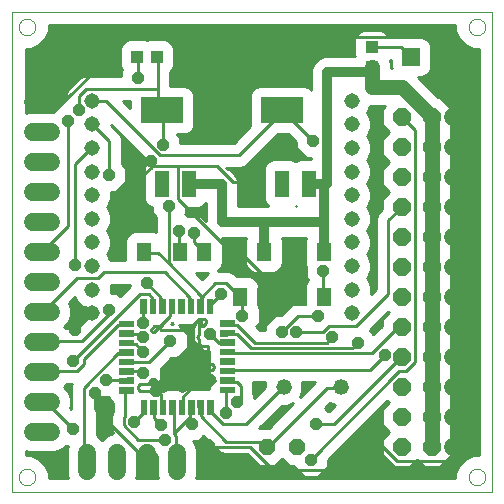
<source format=gtl>
G75*
G70*
%OFA0B0*%
%FSLAX24Y24*%
%IPPOS*%
%LPD*%
%AMOC8*
5,1,8,0,0,1.08239X$1,22.5*
%
%ADD10C,0.0000*%
%ADD11R,0.0500X0.0220*%
%ADD12R,0.0220X0.0500*%
%ADD13C,0.0520*%
%ADD14OC8,0.0520*%
%ADD15C,0.0515*%
%ADD16R,0.0480X0.0880*%
%ADD17R,0.1417X0.0866*%
%ADD18R,0.0512X0.0630*%
%ADD19C,0.0600*%
%ADD20R,0.0394X0.0433*%
%ADD21R,0.0433X0.0394*%
%ADD22R,0.0591X0.0591*%
%ADD23OC8,0.0600*%
%ADD24C,0.0100*%
%ADD25OC8,0.0400*%
%ADD26C,0.0500*%
%ADD27C,0.0320*%
D10*
X000417Y000150D02*
X000417Y016150D01*
X016417Y016150D01*
X016417Y000150D01*
X000417Y000150D01*
X000641Y000650D02*
X000643Y000683D01*
X000649Y000715D01*
X000658Y000746D01*
X000671Y000776D01*
X000688Y000804D01*
X000708Y000830D01*
X000731Y000854D01*
X000756Y000874D01*
X000784Y000892D01*
X000813Y000906D01*
X000844Y000916D01*
X000876Y000923D01*
X000909Y000926D01*
X000942Y000925D01*
X000974Y000920D01*
X001005Y000911D01*
X001036Y000899D01*
X001064Y000883D01*
X001091Y000864D01*
X001115Y000842D01*
X001136Y000817D01*
X001155Y000790D01*
X001170Y000761D01*
X001181Y000731D01*
X001189Y000699D01*
X001193Y000666D01*
X001193Y000634D01*
X001189Y000601D01*
X001181Y000569D01*
X001170Y000539D01*
X001155Y000510D01*
X001136Y000483D01*
X001115Y000458D01*
X001091Y000436D01*
X001064Y000417D01*
X001036Y000401D01*
X001005Y000389D01*
X000974Y000380D01*
X000942Y000375D01*
X000909Y000374D01*
X000876Y000377D01*
X000844Y000384D01*
X000813Y000394D01*
X000784Y000408D01*
X000756Y000426D01*
X000731Y000446D01*
X000708Y000470D01*
X000688Y000496D01*
X000671Y000524D01*
X000658Y000554D01*
X000649Y000585D01*
X000643Y000617D01*
X000641Y000650D01*
X015641Y000650D02*
X015643Y000683D01*
X015649Y000715D01*
X015658Y000746D01*
X015671Y000776D01*
X015688Y000804D01*
X015708Y000830D01*
X015731Y000854D01*
X015756Y000874D01*
X015784Y000892D01*
X015813Y000906D01*
X015844Y000916D01*
X015876Y000923D01*
X015909Y000926D01*
X015942Y000925D01*
X015974Y000920D01*
X016005Y000911D01*
X016036Y000899D01*
X016064Y000883D01*
X016091Y000864D01*
X016115Y000842D01*
X016136Y000817D01*
X016155Y000790D01*
X016170Y000761D01*
X016181Y000731D01*
X016189Y000699D01*
X016193Y000666D01*
X016193Y000634D01*
X016189Y000601D01*
X016181Y000569D01*
X016170Y000539D01*
X016155Y000510D01*
X016136Y000483D01*
X016115Y000458D01*
X016091Y000436D01*
X016064Y000417D01*
X016036Y000401D01*
X016005Y000389D01*
X015974Y000380D01*
X015942Y000375D01*
X015909Y000374D01*
X015876Y000377D01*
X015844Y000384D01*
X015813Y000394D01*
X015784Y000408D01*
X015756Y000426D01*
X015731Y000446D01*
X015708Y000470D01*
X015688Y000496D01*
X015671Y000524D01*
X015658Y000554D01*
X015649Y000585D01*
X015643Y000617D01*
X015641Y000650D01*
X015641Y015650D02*
X015643Y015683D01*
X015649Y015715D01*
X015658Y015746D01*
X015671Y015776D01*
X015688Y015804D01*
X015708Y015830D01*
X015731Y015854D01*
X015756Y015874D01*
X015784Y015892D01*
X015813Y015906D01*
X015844Y015916D01*
X015876Y015923D01*
X015909Y015926D01*
X015942Y015925D01*
X015974Y015920D01*
X016005Y015911D01*
X016036Y015899D01*
X016064Y015883D01*
X016091Y015864D01*
X016115Y015842D01*
X016136Y015817D01*
X016155Y015790D01*
X016170Y015761D01*
X016181Y015731D01*
X016189Y015699D01*
X016193Y015666D01*
X016193Y015634D01*
X016189Y015601D01*
X016181Y015569D01*
X016170Y015539D01*
X016155Y015510D01*
X016136Y015483D01*
X016115Y015458D01*
X016091Y015436D01*
X016064Y015417D01*
X016036Y015401D01*
X016005Y015389D01*
X015974Y015380D01*
X015942Y015375D01*
X015909Y015374D01*
X015876Y015377D01*
X015844Y015384D01*
X015813Y015394D01*
X015784Y015408D01*
X015756Y015426D01*
X015731Y015446D01*
X015708Y015470D01*
X015688Y015496D01*
X015671Y015524D01*
X015658Y015554D01*
X015649Y015585D01*
X015643Y015617D01*
X015641Y015650D01*
X000641Y015650D02*
X000643Y015683D01*
X000649Y015715D01*
X000658Y015746D01*
X000671Y015776D01*
X000688Y015804D01*
X000708Y015830D01*
X000731Y015854D01*
X000756Y015874D01*
X000784Y015892D01*
X000813Y015906D01*
X000844Y015916D01*
X000876Y015923D01*
X000909Y015926D01*
X000942Y015925D01*
X000974Y015920D01*
X001005Y015911D01*
X001036Y015899D01*
X001064Y015883D01*
X001091Y015864D01*
X001115Y015842D01*
X001136Y015817D01*
X001155Y015790D01*
X001170Y015761D01*
X001181Y015731D01*
X001189Y015699D01*
X001193Y015666D01*
X001193Y015634D01*
X001189Y015601D01*
X001181Y015569D01*
X001170Y015539D01*
X001155Y015510D01*
X001136Y015483D01*
X001115Y015458D01*
X001091Y015436D01*
X001064Y015417D01*
X001036Y015401D01*
X001005Y015389D01*
X000974Y015380D01*
X000942Y015375D01*
X000909Y015374D01*
X000876Y015377D01*
X000844Y015384D01*
X000813Y015394D01*
X000784Y015408D01*
X000756Y015426D01*
X000731Y015446D01*
X000708Y015470D01*
X000688Y015496D01*
X000671Y015524D01*
X000658Y015554D01*
X000649Y015585D01*
X000643Y015617D01*
X000641Y015650D01*
D11*
G36*
X004917Y006586D02*
X004918Y006087D01*
X004699Y006086D01*
X004698Y006585D01*
X004917Y006586D01*
G37*
G36*
X005232Y006587D02*
X005233Y006088D01*
X005014Y006087D01*
X005013Y006586D01*
X005232Y006587D01*
G37*
G36*
X005547Y006588D02*
X005548Y006089D01*
X005329Y006088D01*
X005328Y006587D01*
X005547Y006588D01*
G37*
G36*
X005862Y006589D02*
X005863Y006090D01*
X005644Y006089D01*
X005643Y006588D01*
X005862Y006589D01*
G37*
G36*
X006177Y006591D02*
X006178Y006092D01*
X005959Y006091D01*
X005958Y006590D01*
X006177Y006591D01*
G37*
G36*
X006492Y006592D02*
X006493Y006093D01*
X006274Y006092D01*
X006273Y006591D01*
X006492Y006592D01*
G37*
G36*
X006807Y006593D02*
X006808Y006094D01*
X006589Y006093D01*
X006588Y006592D01*
X006807Y006593D01*
G37*
G36*
X007122Y006594D02*
X007123Y006095D01*
X006904Y006094D01*
X006903Y006593D01*
X007122Y006594D01*
G37*
G36*
X007134Y003214D02*
X007135Y002715D01*
X006916Y002714D01*
X006915Y003213D01*
X007134Y003214D01*
G37*
G36*
X006819Y003213D02*
X006820Y002714D01*
X006601Y002713D01*
X006600Y003212D01*
X006819Y003213D01*
G37*
G36*
X006504Y003212D02*
X006505Y002713D01*
X006286Y002712D01*
X006285Y003211D01*
X006504Y003212D01*
G37*
G36*
X006189Y003211D02*
X006190Y002712D01*
X005971Y002711D01*
X005970Y003210D01*
X006189Y003211D01*
G37*
G36*
X005874Y003209D02*
X005875Y002710D01*
X005656Y002709D01*
X005655Y003208D01*
X005874Y003209D01*
G37*
G36*
X005559Y003208D02*
X005560Y002709D01*
X005341Y002708D01*
X005340Y003207D01*
X005559Y003208D01*
G37*
G36*
X005244Y003207D02*
X005245Y002708D01*
X005026Y002707D01*
X005025Y003206D01*
X005244Y003207D01*
G37*
G36*
X004929Y003206D02*
X004930Y002707D01*
X004711Y002706D01*
X004710Y003205D01*
X004929Y003206D01*
G37*
D12*
G36*
X004480Y003652D02*
X004481Y003433D01*
X003982Y003432D01*
X003981Y003651D01*
X004480Y003652D01*
G37*
G36*
X004478Y003967D02*
X004479Y003748D01*
X003980Y003747D01*
X003979Y003966D01*
X004478Y003967D01*
G37*
G36*
X004477Y004282D02*
X004478Y004063D01*
X003979Y004062D01*
X003978Y004281D01*
X004477Y004282D01*
G37*
G36*
X004476Y004597D02*
X004477Y004378D01*
X003978Y004377D01*
X003977Y004596D01*
X004476Y004597D01*
G37*
G36*
X004475Y004912D02*
X004476Y004693D01*
X003977Y004692D01*
X003976Y004911D01*
X004475Y004912D01*
G37*
G36*
X004474Y005227D02*
X004475Y005008D01*
X003976Y005007D01*
X003975Y005226D01*
X004474Y005227D01*
G37*
G36*
X004473Y005541D02*
X004474Y005322D01*
X003975Y005321D01*
X003974Y005540D01*
X004473Y005541D01*
G37*
G36*
X004472Y005856D02*
X004473Y005637D01*
X003974Y005636D01*
X003973Y005855D01*
X004472Y005856D01*
G37*
G36*
X007852Y005868D02*
X007853Y005649D01*
X007354Y005648D01*
X007353Y005867D01*
X007852Y005868D01*
G37*
G36*
X007853Y005553D02*
X007854Y005334D01*
X007355Y005333D01*
X007354Y005552D01*
X007853Y005553D01*
G37*
G36*
X007854Y005238D02*
X007855Y005019D01*
X007356Y005018D01*
X007355Y005237D01*
X007854Y005238D01*
G37*
G36*
X007855Y004923D02*
X007856Y004704D01*
X007357Y004703D01*
X007356Y004922D01*
X007855Y004923D01*
G37*
G36*
X007856Y004608D02*
X007857Y004389D01*
X007358Y004388D01*
X007357Y004607D01*
X007856Y004608D01*
G37*
G36*
X007857Y004293D02*
X007858Y004074D01*
X007359Y004073D01*
X007358Y004292D01*
X007857Y004293D01*
G37*
G36*
X007858Y003979D02*
X007859Y003760D01*
X007360Y003759D01*
X007359Y003978D01*
X007858Y003979D01*
G37*
G36*
X007860Y003664D02*
X007861Y003445D01*
X007362Y003444D01*
X007361Y003663D01*
X007860Y003664D01*
G37*
D13*
X009467Y003650D03*
X011367Y003650D03*
D14*
X011917Y001650D03*
X009917Y001650D03*
X008917Y001650D03*
X006917Y001650D03*
D15*
X003086Y006107D03*
X003086Y006894D03*
X003086Y007681D03*
X003086Y008469D03*
X003086Y009256D03*
X003086Y010044D03*
X003086Y010831D03*
X003086Y011619D03*
X003086Y012406D03*
X003086Y013193D03*
X011747Y013193D03*
X011747Y012406D03*
X011747Y011619D03*
X011747Y010831D03*
X011747Y010044D03*
X011747Y009256D03*
X011747Y008469D03*
X011747Y007681D03*
X011747Y006894D03*
X011747Y006107D03*
D16*
X010327Y010430D03*
X009417Y010430D03*
X008507Y010430D03*
X006327Y010430D03*
X005417Y010430D03*
X004507Y010430D03*
D17*
X005417Y012870D03*
X009417Y012870D03*
D18*
X010023Y008150D03*
X010810Y008150D03*
X010810Y006650D03*
X010023Y006650D03*
X008810Y006650D03*
X008023Y006650D03*
X008023Y008150D03*
X008810Y008150D03*
X006810Y008150D03*
X006023Y008150D03*
X004810Y008150D03*
X004023Y008150D03*
D19*
X001717Y008150D02*
X001117Y008150D01*
X001117Y009150D02*
X001717Y009150D01*
X001717Y010150D02*
X001117Y010150D01*
X001117Y011150D02*
X001717Y011150D01*
X001717Y012150D02*
X001117Y012150D01*
X001117Y013150D02*
X001717Y013150D01*
X001717Y007150D02*
X001117Y007150D01*
X001117Y006150D02*
X001717Y006150D01*
X001717Y005150D02*
X001117Y005150D01*
X001117Y004150D02*
X001717Y004150D01*
X001717Y003150D02*
X001117Y003150D01*
X001117Y002150D02*
X001717Y002150D01*
X002917Y001450D02*
X002917Y000850D01*
X003917Y000850D02*
X003917Y001450D01*
X004917Y001450D02*
X004917Y000850D01*
X005917Y000850D02*
X005917Y001450D01*
X015117Y001650D02*
X015717Y001650D01*
X015717Y002650D02*
X015117Y002650D01*
X015117Y003650D02*
X015717Y003650D01*
X015717Y004650D02*
X015117Y004650D01*
X015117Y005650D02*
X015717Y005650D01*
X015717Y006650D02*
X015117Y006650D01*
X015117Y007650D02*
X015717Y007650D01*
X015717Y008650D02*
X015117Y008650D01*
X015117Y009650D02*
X015717Y009650D01*
X015717Y010650D02*
X015117Y010650D01*
X015117Y011650D02*
X015717Y011650D01*
X015717Y012650D02*
X015117Y012650D01*
D20*
X005251Y014650D03*
X004582Y014650D03*
D21*
X012417Y014315D03*
X012417Y014985D03*
D22*
X013728Y014650D03*
X015106Y014650D03*
D23*
X014417Y012650D03*
X014417Y011650D03*
X014417Y010650D03*
X014417Y009650D03*
X014417Y008650D03*
X013417Y008650D03*
X013417Y009650D03*
X013417Y010650D03*
X013417Y011650D03*
X013417Y012650D03*
X013417Y007650D03*
X014417Y007650D03*
X014417Y006650D03*
X014417Y005650D03*
X014417Y004650D03*
X014417Y003650D03*
X014417Y002650D03*
X014417Y001650D03*
X013417Y001650D03*
X013417Y002650D03*
X013417Y003650D03*
X013417Y004650D03*
X013417Y005650D03*
X013417Y006650D03*
D24*
X012957Y006750D02*
X012957Y009210D01*
X013377Y009630D01*
X013417Y009650D01*
X012918Y010099D02*
X012375Y010099D01*
X012375Y010169D02*
X012375Y009919D01*
X012279Y009688D01*
X012241Y009650D01*
X012279Y009612D01*
X012375Y009381D01*
X012375Y009131D01*
X012279Y008901D01*
X012241Y008863D01*
X012279Y008824D01*
X012375Y008594D01*
X012375Y008344D01*
X012279Y008113D01*
X012241Y008075D01*
X012279Y008037D01*
X012375Y007806D01*
X012375Y007557D01*
X012279Y007326D01*
X012241Y007288D01*
X012279Y007250D01*
X012375Y007019D01*
X012375Y006769D01*
X012370Y006757D01*
X012537Y006924D01*
X012537Y009294D01*
X012601Y009448D01*
X012747Y009594D01*
X012747Y009928D01*
X012969Y010150D01*
X012747Y010372D01*
X012747Y010928D01*
X012969Y011150D01*
X012747Y011372D01*
X012747Y011928D01*
X012969Y012150D01*
X012747Y012372D01*
X012747Y012928D01*
X012849Y013030D01*
X012359Y013030D01*
X012279Y012838D01*
X012241Y012800D01*
X012279Y012761D01*
X012375Y012531D01*
X012375Y012281D01*
X012279Y012050D01*
X012241Y012012D01*
X012279Y011974D01*
X012375Y011743D01*
X012375Y011494D01*
X012279Y011263D01*
X012241Y011225D01*
X012279Y011187D01*
X012375Y010956D01*
X012375Y010706D01*
X012279Y010476D01*
X012241Y010437D01*
X012279Y010399D01*
X012375Y010169D01*
X012363Y010197D02*
X012922Y010197D01*
X012824Y010296D02*
X012322Y010296D01*
X012281Y010394D02*
X012747Y010394D01*
X012747Y010493D02*
X012286Y010493D01*
X012327Y010591D02*
X012747Y010591D01*
X012747Y010690D02*
X012368Y010690D01*
X012375Y010788D02*
X012747Y010788D01*
X012747Y010887D02*
X012375Y010887D01*
X012363Y010985D02*
X012804Y010985D01*
X012903Y011084D02*
X012322Y011084D01*
X012281Y011182D02*
X012937Y011182D01*
X012839Y011281D02*
X012287Y011281D01*
X012327Y011379D02*
X012747Y011379D01*
X012747Y011478D02*
X012368Y011478D01*
X012375Y011576D02*
X012747Y011576D01*
X012747Y011675D02*
X012375Y011675D01*
X012363Y011773D02*
X012747Y011773D01*
X012747Y011872D02*
X012322Y011872D01*
X012281Y011970D02*
X012789Y011970D01*
X012888Y012069D02*
X012287Y012069D01*
X012328Y012167D02*
X012952Y012167D01*
X012854Y012266D02*
X012368Y012266D01*
X012375Y012364D02*
X012755Y012364D01*
X012747Y012463D02*
X012375Y012463D01*
X012362Y012561D02*
X012747Y012561D01*
X012747Y012660D02*
X012321Y012660D01*
X012281Y012758D02*
X012747Y012758D01*
X012747Y012857D02*
X012287Y012857D01*
X012328Y012955D02*
X012774Y012955D01*
X013417Y012650D02*
X013857Y012210D01*
X013857Y004470D01*
X013557Y004170D01*
X013317Y004170D01*
X010377Y001230D01*
X010792Y000840D02*
X015210Y000840D01*
X015191Y000794D02*
X015191Y000600D01*
X006538Y000600D01*
X006587Y000717D01*
X006587Y001583D01*
X006485Y001830D01*
X006454Y001860D01*
X006653Y001860D01*
X006793Y002000D01*
X007201Y001592D01*
X007319Y001474D01*
X007473Y001410D01*
X008287Y001410D01*
X008287Y001389D01*
X008656Y001020D01*
X009178Y001020D01*
X009417Y001259D01*
X009656Y001020D01*
X009807Y001020D01*
X009807Y000994D01*
X010141Y000660D01*
X010613Y000660D01*
X010947Y000994D01*
X010947Y001206D01*
X012930Y003189D01*
X012969Y003150D01*
X012747Y002928D01*
X012747Y002372D01*
X012969Y002150D01*
X012747Y001928D01*
X012747Y001372D01*
X013139Y000980D01*
X013694Y000980D01*
X013917Y001202D01*
X014139Y000980D01*
X014694Y000980D01*
X015087Y001372D01*
X015087Y001928D01*
X015037Y001978D01*
X015037Y002322D01*
X015087Y002372D01*
X015087Y002928D01*
X015037Y002978D01*
X015037Y003322D01*
X015087Y003372D01*
X015087Y003928D01*
X015037Y003978D01*
X015037Y004322D01*
X015087Y004372D01*
X015087Y004928D01*
X015037Y004978D01*
X015037Y005322D01*
X015087Y005372D01*
X015087Y005928D01*
X015037Y005978D01*
X015037Y006322D01*
X015087Y006372D01*
X015087Y006928D01*
X015037Y006978D01*
X015037Y007322D01*
X015087Y007372D01*
X015087Y007928D01*
X015037Y007978D01*
X015037Y008322D01*
X015087Y008372D01*
X015087Y008928D01*
X015037Y008978D01*
X015037Y009322D01*
X015087Y009372D01*
X015087Y009928D01*
X015037Y009978D01*
X015037Y010322D01*
X015087Y010372D01*
X015087Y010928D01*
X015037Y010978D01*
X015037Y011322D01*
X015087Y011372D01*
X015087Y011928D01*
X015037Y011978D01*
X015037Y012322D01*
X015087Y012372D01*
X015087Y012928D01*
X014694Y013320D01*
X014623Y013320D01*
X013959Y013985D01*
X014097Y013985D01*
X014233Y014041D01*
X014337Y014145D01*
X014393Y014281D01*
X014393Y015019D01*
X014337Y015155D01*
X014233Y015259D01*
X014097Y015315D01*
X013625Y015315D01*
X013615Y015326D01*
X013460Y015390D01*
X012947Y015390D01*
X012947Y015391D01*
X012843Y015495D01*
X012707Y015551D01*
X012127Y015551D01*
X011991Y015495D01*
X011886Y015391D01*
X011830Y015255D01*
X011830Y014714D01*
X011844Y014680D01*
X010811Y014680D01*
X010616Y014599D01*
X010467Y014450D01*
X010387Y014255D01*
X010387Y013565D01*
X010335Y013617D01*
X010199Y013673D01*
X008634Y013673D01*
X008498Y013617D01*
X008394Y013513D01*
X008338Y013377D01*
X008338Y012363D01*
X008349Y012336D01*
X007803Y011790D01*
X006027Y011790D01*
X006027Y011966D01*
X005926Y012067D01*
X006199Y012067D01*
X006335Y012123D01*
X006439Y012227D01*
X006495Y012363D01*
X006495Y013377D01*
X006439Y013513D01*
X006335Y013617D01*
X006199Y013673D01*
X005697Y013673D01*
X005697Y014159D01*
X005762Y014224D01*
X005818Y014360D01*
X005818Y014940D01*
X005762Y015076D01*
X005658Y015180D01*
X005522Y015237D01*
X004981Y015237D01*
X004917Y015210D01*
X004852Y015237D01*
X004312Y015237D01*
X004176Y015180D01*
X004071Y015076D01*
X004015Y014940D01*
X004015Y014360D01*
X004071Y014224D01*
X004078Y014217D01*
X004047Y014186D01*
X004047Y014010D01*
X002793Y014010D01*
X002639Y013946D01*
X002521Y013828D01*
X002281Y013588D01*
X002217Y013434D01*
X002217Y013256D01*
X002067Y013106D01*
X002067Y013080D01*
X002041Y013080D01*
X001781Y012820D01*
X000983Y012820D01*
X000867Y012772D01*
X000867Y014924D01*
X001061Y014924D01*
X001328Y015035D01*
X001532Y015239D01*
X001642Y015506D01*
X001642Y015700D01*
X015191Y015700D01*
X015191Y015506D01*
X015302Y015239D01*
X015506Y015035D01*
X015772Y014924D01*
X015967Y014924D01*
X015967Y001376D01*
X015772Y001376D01*
X015506Y001265D01*
X015302Y001061D01*
X015191Y000794D01*
X015191Y000741D02*
X010694Y000741D01*
X010891Y000938D02*
X015251Y000938D01*
X015291Y001037D02*
X014751Y001037D01*
X014849Y001135D02*
X015376Y001135D01*
X015474Y001234D02*
X014948Y001234D01*
X014937Y001170D02*
X015417Y001650D01*
X015417Y002650D01*
X015417Y003650D01*
X015417Y004650D01*
X015417Y005650D01*
X015417Y006650D01*
X015417Y007650D01*
X015417Y008650D01*
X015417Y009650D01*
X015417Y010650D01*
X015417Y011650D01*
X015417Y012650D01*
X015417Y012690D01*
X015117Y012990D01*
X015117Y014610D01*
X015106Y014650D01*
X015057Y014670D01*
X014397Y015330D01*
X004317Y015330D01*
X002157Y013170D01*
X001437Y013170D01*
X001417Y013150D01*
X001817Y012857D02*
X000867Y012857D01*
X000867Y012955D02*
X001916Y012955D01*
X002014Y013054D02*
X000867Y013054D01*
X000867Y013152D02*
X002113Y013152D01*
X002211Y013251D02*
X000867Y013251D01*
X000867Y013349D02*
X002217Y013349D01*
X002222Y013448D02*
X000867Y013448D01*
X000867Y013546D02*
X002263Y013546D01*
X002337Y013645D02*
X000867Y013645D01*
X000867Y013743D02*
X002436Y013743D01*
X002534Y013842D02*
X000867Y013842D01*
X000867Y013940D02*
X002633Y013940D01*
X002877Y013590D02*
X005277Y013590D01*
X005277Y014610D01*
X005251Y014650D01*
X005818Y014630D02*
X010689Y014630D01*
X010548Y014531D02*
X005818Y014531D01*
X005818Y014433D02*
X010460Y014433D01*
X010419Y014334D02*
X005807Y014334D01*
X005767Y014236D02*
X010387Y014236D01*
X010387Y014137D02*
X005697Y014137D01*
X005697Y014039D02*
X010387Y014039D01*
X010387Y013940D02*
X005697Y013940D01*
X005697Y013842D02*
X010387Y013842D01*
X010387Y013743D02*
X005697Y013743D01*
X005277Y013590D02*
X005277Y013050D01*
X005397Y012930D01*
X005417Y012870D01*
X005457Y012870D01*
X005457Y011730D01*
X005337Y011370D02*
X007977Y011370D01*
X009417Y012810D01*
X009417Y012870D01*
X009417Y012870D01*
X010437Y011850D01*
X010003Y011478D02*
X008678Y011478D01*
X008777Y011576D02*
X009905Y011576D01*
X009867Y011614D02*
X010201Y011280D01*
X010387Y011280D01*
X010387Y011240D01*
X010013Y011240D01*
X009877Y011184D01*
X009872Y011178D01*
X009866Y011184D01*
X009730Y011240D01*
X009103Y011240D01*
X008967Y011184D01*
X008863Y011080D01*
X008807Y010944D01*
X008807Y009916D01*
X008863Y009780D01*
X008963Y009680D01*
X008705Y009680D01*
X007947Y009680D01*
X007947Y010535D01*
X007866Y010730D01*
X007717Y010879D01*
X007546Y010950D01*
X008060Y010950D01*
X008215Y011014D01*
X009268Y012067D01*
X009626Y012067D01*
X009867Y011826D01*
X009867Y011614D01*
X009867Y011675D02*
X008875Y011675D01*
X008974Y011773D02*
X009867Y011773D01*
X009821Y011872D02*
X009072Y011872D01*
X009171Y011970D02*
X009723Y011970D01*
X010102Y011379D02*
X008580Y011379D01*
X008481Y011281D02*
X010200Y011281D01*
X009875Y011182D02*
X009868Y011182D01*
X008965Y011182D02*
X008383Y011182D01*
X008284Y011084D02*
X008867Y011084D01*
X008824Y010985D02*
X008145Y010985D01*
X007808Y010788D02*
X008807Y010788D01*
X008807Y010690D02*
X007883Y010690D01*
X007924Y010591D02*
X008807Y010591D01*
X008807Y010493D02*
X007947Y010493D01*
X007947Y010394D02*
X008807Y010394D01*
X008807Y010296D02*
X007947Y010296D01*
X007947Y010197D02*
X008807Y010197D01*
X008807Y010099D02*
X007947Y010099D01*
X007947Y010000D02*
X008807Y010000D01*
X008813Y009902D02*
X007947Y009902D01*
X007947Y009803D02*
X008854Y009803D01*
X008939Y009705D02*
X007947Y009705D01*
X008507Y010430D02*
X008457Y010470D01*
X007797Y010470D01*
X007257Y011010D01*
X005937Y011010D01*
X005937Y009930D01*
X007677Y008190D01*
X007977Y008190D01*
X008023Y008150D01*
X008037Y008130D01*
X009027Y007140D01*
X010017Y008130D01*
X010023Y008150D01*
X010184Y008129D02*
X009436Y008129D01*
X009436Y008227D02*
X010184Y008227D01*
X010184Y008326D02*
X009436Y008326D01*
X009436Y008424D02*
X010184Y008424D01*
X010184Y008523D02*
X009436Y008523D01*
X009436Y008539D02*
X009403Y008620D01*
X010218Y008620D01*
X010184Y008539D01*
X010184Y007761D01*
X010227Y007660D01*
X010227Y007294D01*
X010293Y007227D01*
X010241Y007175D01*
X010184Y007039D01*
X010184Y006450D01*
X009873Y006450D01*
X009719Y006386D01*
X009601Y006268D01*
X009393Y006060D01*
X008667Y006060D01*
X008667Y005962D02*
X009082Y005962D01*
X009181Y006060D02*
X008847Y005726D01*
X008847Y005550D01*
X008691Y005550D01*
X008557Y005684D01*
X008667Y005794D01*
X008667Y006266D01*
X008649Y006284D01*
X008649Y007039D01*
X008593Y007175D01*
X008488Y007279D01*
X008352Y007335D01*
X007926Y007335D01*
X007795Y007466D01*
X007640Y007530D01*
X007284Y007530D01*
X007380Y007625D01*
X007436Y007761D01*
X007436Y008539D01*
X007403Y008620D01*
X008218Y008620D01*
X008184Y008539D01*
X008184Y007761D01*
X008241Y007625D01*
X008345Y007521D01*
X008481Y007465D01*
X009140Y007465D01*
X009276Y007521D01*
X009380Y007625D01*
X009436Y007761D01*
X009436Y008539D01*
X009436Y008030D02*
X010184Y008030D01*
X010184Y007932D02*
X009436Y007932D01*
X009436Y007833D02*
X010184Y007833D01*
X010196Y007735D02*
X009425Y007735D01*
X009384Y007636D02*
X010227Y007636D01*
X010227Y007538D02*
X009292Y007538D01*
X009027Y007140D02*
X009477Y006690D01*
X008817Y006690D01*
X008810Y006650D01*
X008649Y006651D02*
X010184Y006651D01*
X010184Y006553D02*
X008649Y006553D01*
X008649Y006454D02*
X010184Y006454D01*
X010023Y006650D02*
X010017Y006690D01*
X009477Y006690D01*
X009688Y006356D02*
X008649Y006356D01*
X008667Y006257D02*
X009590Y006257D01*
X009491Y006159D02*
X008667Y006159D01*
X008667Y005863D02*
X008984Y005863D01*
X008885Y005765D02*
X008637Y005765D01*
X008575Y005666D02*
X008847Y005666D01*
X008847Y005568D02*
X008673Y005568D01*
X008517Y005130D02*
X010917Y005130D01*
X011097Y005310D01*
X010797Y005490D02*
X010977Y005670D01*
X011877Y005670D01*
X012957Y006750D01*
X012537Y006947D02*
X012375Y006947D01*
X012364Y007045D02*
X012537Y007045D01*
X012537Y007144D02*
X012323Y007144D01*
X012282Y007242D02*
X012537Y007242D01*
X012537Y007341D02*
X012285Y007341D01*
X012326Y007439D02*
X012537Y007439D01*
X012537Y007538D02*
X012367Y007538D01*
X012375Y007636D02*
X012537Y007636D01*
X012537Y007735D02*
X012375Y007735D01*
X012364Y007833D02*
X012537Y007833D01*
X012537Y007932D02*
X012323Y007932D01*
X012282Y008030D02*
X012537Y008030D01*
X012537Y008129D02*
X012286Y008129D01*
X012326Y008227D02*
X012537Y008227D01*
X012537Y008326D02*
X012367Y008326D01*
X012375Y008424D02*
X012537Y008424D01*
X012537Y008523D02*
X012375Y008523D01*
X012364Y008621D02*
X012537Y008621D01*
X012537Y008720D02*
X012323Y008720D01*
X012282Y008818D02*
X012537Y008818D01*
X012537Y008917D02*
X012286Y008917D01*
X012327Y009015D02*
X012537Y009015D01*
X012537Y009114D02*
X012367Y009114D01*
X012375Y009212D02*
X012537Y009212D01*
X012544Y009311D02*
X012375Y009311D01*
X012363Y009409D02*
X012584Y009409D01*
X012660Y009508D02*
X012322Y009508D01*
X012282Y009606D02*
X012747Y009606D01*
X012747Y009705D02*
X012286Y009705D01*
X012327Y009803D02*
X012747Y009803D01*
X012747Y009902D02*
X012368Y009902D01*
X012375Y010000D02*
X012819Y010000D01*
X015037Y010000D02*
X015967Y010000D01*
X015967Y009902D02*
X015087Y009902D01*
X015087Y009803D02*
X015967Y009803D01*
X015967Y009705D02*
X015087Y009705D01*
X015087Y009606D02*
X015967Y009606D01*
X015967Y009508D02*
X015087Y009508D01*
X015087Y009409D02*
X015967Y009409D01*
X015967Y009311D02*
X015037Y009311D01*
X015037Y009212D02*
X015967Y009212D01*
X015967Y009114D02*
X015037Y009114D01*
X015037Y009015D02*
X015967Y009015D01*
X015967Y008917D02*
X015087Y008917D01*
X015087Y008818D02*
X015967Y008818D01*
X015967Y008720D02*
X015087Y008720D01*
X015087Y008621D02*
X015967Y008621D01*
X015967Y008523D02*
X015087Y008523D01*
X015087Y008424D02*
X015967Y008424D01*
X015967Y008326D02*
X015040Y008326D01*
X015037Y008227D02*
X015967Y008227D01*
X015967Y008129D02*
X015037Y008129D01*
X015037Y008030D02*
X015967Y008030D01*
X015967Y007932D02*
X015083Y007932D01*
X015087Y007833D02*
X015967Y007833D01*
X015967Y007735D02*
X015087Y007735D01*
X015087Y007636D02*
X015967Y007636D01*
X015967Y007538D02*
X015087Y007538D01*
X015087Y007439D02*
X015967Y007439D01*
X015967Y007341D02*
X015055Y007341D01*
X015037Y007242D02*
X015967Y007242D01*
X015967Y007144D02*
X015037Y007144D01*
X015037Y007045D02*
X015967Y007045D01*
X015967Y006947D02*
X015068Y006947D01*
X015087Y006848D02*
X015967Y006848D01*
X015967Y006750D02*
X015087Y006750D01*
X015087Y006651D02*
X015967Y006651D01*
X015967Y006553D02*
X015087Y006553D01*
X015087Y006454D02*
X015967Y006454D01*
X015967Y006356D02*
X015070Y006356D01*
X015037Y006257D02*
X015967Y006257D01*
X015967Y006159D02*
X015037Y006159D01*
X015037Y006060D02*
X015967Y006060D01*
X015967Y005962D02*
X015053Y005962D01*
X015087Y005863D02*
X015967Y005863D01*
X015967Y005765D02*
X015087Y005765D01*
X015087Y005666D02*
X015967Y005666D01*
X015967Y005568D02*
X015087Y005568D01*
X015087Y005469D02*
X015967Y005469D01*
X015967Y005371D02*
X015085Y005371D01*
X015037Y005272D02*
X015967Y005272D01*
X015967Y005174D02*
X015037Y005174D01*
X015037Y005075D02*
X015967Y005075D01*
X015967Y004977D02*
X015038Y004977D01*
X015087Y004878D02*
X015967Y004878D01*
X015967Y004780D02*
X015087Y004780D01*
X015087Y004681D02*
X015967Y004681D01*
X015967Y004583D02*
X015087Y004583D01*
X015087Y004484D02*
X015967Y004484D01*
X015967Y004386D02*
X015087Y004386D01*
X015037Y004287D02*
X015967Y004287D01*
X015967Y004189D02*
X015037Y004189D01*
X015037Y004090D02*
X015967Y004090D01*
X015967Y003992D02*
X015037Y003992D01*
X015087Y003893D02*
X015967Y003893D01*
X015967Y003795D02*
X015087Y003795D01*
X015087Y003696D02*
X015967Y003696D01*
X015967Y003598D02*
X015087Y003598D01*
X015087Y003499D02*
X015967Y003499D01*
X015967Y003401D02*
X015087Y003401D01*
X015037Y003302D02*
X015967Y003302D01*
X015967Y003204D02*
X015037Y003204D01*
X015037Y003105D02*
X015967Y003105D01*
X015967Y003007D02*
X015037Y003007D01*
X015087Y002908D02*
X015967Y002908D01*
X015967Y002810D02*
X015087Y002810D01*
X015087Y002711D02*
X015967Y002711D01*
X015967Y002613D02*
X015087Y002613D01*
X015087Y002514D02*
X015967Y002514D01*
X015967Y002416D02*
X015087Y002416D01*
X015037Y002317D02*
X015967Y002317D01*
X015967Y002219D02*
X015037Y002219D01*
X015037Y002120D02*
X015967Y002120D01*
X015967Y002022D02*
X015037Y002022D01*
X015087Y001923D02*
X015967Y001923D01*
X015967Y001825D02*
X015087Y001825D01*
X015087Y001726D02*
X015967Y001726D01*
X015967Y001628D02*
X015087Y001628D01*
X015087Y001529D02*
X015967Y001529D01*
X015967Y001431D02*
X015087Y001431D01*
X015046Y001332D02*
X015667Y001332D01*
X014937Y001170D02*
X013257Y001170D01*
X012777Y001650D01*
X011917Y001650D01*
X011877Y001650D01*
X011097Y000870D01*
X009117Y000870D01*
X008337Y001650D01*
X006917Y001650D01*
X007067Y001726D02*
X006528Y001726D01*
X006568Y001628D02*
X007165Y001628D01*
X007264Y001529D02*
X006587Y001529D01*
X006587Y001431D02*
X007424Y001431D01*
X007557Y001830D02*
X008697Y001830D01*
X008877Y001650D01*
X008917Y001650D01*
X008937Y001650D01*
X010917Y003630D01*
X011337Y003630D01*
X011367Y003650D01*
X011179Y003046D02*
X011010Y003116D01*
X011003Y003123D01*
X010837Y002956D01*
X010943Y002850D01*
X010983Y002850D01*
X011179Y003046D01*
X011139Y003007D02*
X010887Y003007D01*
X010885Y002908D02*
X011041Y002908D01*
X011036Y003105D02*
X010986Y003105D01*
X010389Y003696D02*
X010097Y003696D01*
X010097Y003775D02*
X010097Y003525D01*
X010011Y003319D01*
X010503Y003810D01*
X010082Y003810D01*
X010097Y003775D01*
X010089Y003795D02*
X010487Y003795D01*
X010290Y003598D02*
X010097Y003598D01*
X010086Y003499D02*
X010192Y003499D01*
X010093Y003401D02*
X010045Y003401D01*
X009798Y003105D02*
X008973Y002280D01*
X008661Y002280D01*
X009401Y003020D01*
X009592Y003020D01*
X009798Y003105D01*
X009797Y003105D01*
X009699Y003007D02*
X009387Y003007D01*
X009289Y002908D02*
X009601Y002908D01*
X009502Y002810D02*
X009190Y002810D01*
X009092Y002711D02*
X009404Y002711D01*
X009305Y002613D02*
X008993Y002613D01*
X008895Y002514D02*
X009207Y002514D01*
X009108Y002416D02*
X008796Y002416D01*
X008698Y002317D02*
X009010Y002317D01*
X008217Y002430D02*
X009417Y003630D01*
X009467Y003650D01*
X008837Y003644D02*
X008487Y003294D01*
X008487Y003386D01*
X008457Y003416D01*
X008457Y003774D01*
X008442Y003810D01*
X008851Y003810D01*
X008837Y003775D01*
X008837Y003644D01*
X008837Y003696D02*
X008457Y003696D01*
X008457Y003598D02*
X008790Y003598D01*
X008692Y003499D02*
X008457Y003499D01*
X008472Y003401D02*
X008593Y003401D01*
X008495Y003302D02*
X008487Y003302D01*
X008037Y003270D02*
X007917Y003150D01*
X008037Y003270D02*
X008037Y003690D01*
X007917Y003810D01*
X007617Y003810D01*
X007609Y003869D01*
X007608Y004183D02*
X007617Y004230D01*
X012357Y004230D01*
X012837Y004710D01*
X012417Y004770D02*
X013257Y005610D01*
X013377Y005610D01*
X013417Y005650D01*
X012969Y006150D02*
X012747Y005928D01*
X012747Y005694D01*
X012463Y005410D01*
X012337Y005536D01*
X012960Y006159D01*
X012969Y006150D01*
X012961Y006159D02*
X012959Y006159D01*
X012879Y006060D02*
X012861Y006060D01*
X012781Y005962D02*
X012762Y005962D01*
X012747Y005863D02*
X012664Y005863D01*
X012747Y005765D02*
X012565Y005765D01*
X012467Y005666D02*
X012719Y005666D01*
X012620Y005568D02*
X012368Y005568D01*
X012404Y005469D02*
X012522Y005469D01*
X011937Y005130D02*
X011757Y004950D01*
X008397Y004950D01*
X007917Y005430D01*
X007617Y005430D01*
X007604Y005443D01*
X007617Y005730D02*
X007603Y005758D01*
X007617Y005730D02*
X007917Y005730D01*
X008517Y005130D01*
X007605Y005128D02*
X007557Y005130D01*
X007317Y005130D01*
X007017Y005430D01*
X006777Y005670D02*
X006717Y005670D01*
X006717Y005850D01*
X006657Y005910D01*
X006297Y005550D01*
X005397Y005550D01*
X005277Y005670D01*
X005157Y005670D01*
X005037Y005550D01*
X005097Y005490D01*
X005157Y005490D01*
X005697Y006030D01*
X005697Y006330D01*
X005753Y006339D01*
X005438Y006338D02*
X005397Y006390D01*
X005397Y006630D01*
X004917Y007110D01*
X004977Y006750D02*
X004677Y006750D01*
X002457Y004530D01*
X002817Y004590D02*
X002817Y004410D01*
X002577Y004170D01*
X001437Y004170D01*
X001417Y004150D01*
X002164Y003650D02*
X002264Y003750D01*
X002412Y003750D01*
X002397Y003714D01*
X002397Y002904D01*
X002357Y002944D01*
X002387Y003017D01*
X002387Y003283D01*
X002285Y003530D01*
X002164Y003650D01*
X002210Y003696D02*
X002397Y003696D01*
X002397Y003598D02*
X002217Y003598D01*
X002297Y003499D02*
X002397Y003499D01*
X002397Y003401D02*
X002338Y003401D01*
X002379Y003302D02*
X002397Y003302D01*
X002387Y003204D02*
X002397Y003204D01*
X002387Y003105D02*
X002397Y003105D01*
X002397Y003007D02*
X002382Y003007D01*
X002393Y002908D02*
X002397Y002908D01*
X002457Y002250D02*
X001557Y003150D01*
X001417Y003150D01*
X002817Y003630D02*
X002817Y001230D01*
X002877Y001170D01*
X002917Y001150D01*
X002247Y001135D02*
X001458Y001135D01*
X001532Y001061D02*
X001328Y001265D01*
X001061Y001376D01*
X000867Y001376D01*
X000867Y001528D01*
X000983Y001480D01*
X001850Y001480D01*
X002096Y001582D01*
X002207Y001693D01*
X002221Y001680D01*
X002287Y001680D01*
X002247Y001583D01*
X002247Y000717D01*
X002295Y000600D01*
X001642Y000600D01*
X001642Y000794D01*
X001532Y001061D01*
X001542Y001037D02*
X002247Y001037D01*
X002247Y000938D02*
X001583Y000938D01*
X001624Y000840D02*
X002247Y000840D01*
X002247Y000741D02*
X001642Y000741D01*
X001642Y000643D02*
X002277Y000643D01*
X002247Y001234D02*
X001359Y001234D01*
X001166Y001332D02*
X002247Y001332D01*
X002247Y001431D02*
X000867Y001431D01*
X001968Y001529D02*
X002247Y001529D01*
X002265Y001628D02*
X002142Y001628D01*
X003237Y002043D02*
X003237Y003364D01*
X003301Y003300D01*
X003635Y003300D01*
X003668Y003220D01*
X003772Y003116D01*
X003777Y003115D01*
X003777Y002838D01*
X003717Y002694D01*
X003717Y002286D01*
X003781Y002132D01*
X003793Y002120D01*
X003783Y002120D01*
X003537Y002018D01*
X003417Y001898D01*
X003296Y002018D01*
X003237Y002043D01*
X003288Y002022D02*
X003546Y002022D01*
X003442Y001923D02*
X003391Y001923D01*
X003237Y002120D02*
X003793Y002120D01*
X003745Y002219D02*
X003237Y002219D01*
X003237Y002317D02*
X003717Y002317D01*
X003717Y002416D02*
X003237Y002416D01*
X003237Y002514D02*
X003717Y002514D01*
X003717Y002613D02*
X003237Y002613D01*
X003237Y002711D02*
X003724Y002711D01*
X003765Y002810D02*
X003237Y002810D01*
X003237Y002908D02*
X003777Y002908D01*
X003777Y003007D02*
X003237Y003007D01*
X003237Y003105D02*
X003777Y003105D01*
X003685Y003204D02*
X003237Y003204D01*
X003237Y003302D02*
X003299Y003302D01*
X003177Y003450D02*
X003177Y002910D01*
X004917Y001170D01*
X004917Y001150D01*
X005170Y001431D02*
X004587Y001431D01*
X004587Y001470D02*
X005131Y001470D01*
X005247Y001354D01*
X005247Y000717D01*
X005295Y000600D01*
X004538Y000600D01*
X004587Y000717D01*
X004587Y001470D01*
X004587Y001332D02*
X005247Y001332D01*
X005247Y001234D02*
X004587Y001234D01*
X004587Y001135D02*
X005247Y001135D01*
X005247Y001037D02*
X004587Y001037D01*
X004587Y000938D02*
X005247Y000938D01*
X005247Y000840D02*
X004587Y000840D01*
X004587Y000741D02*
X005247Y000741D01*
X005277Y000643D02*
X004556Y000643D01*
X005877Y001170D02*
X005917Y001150D01*
X005877Y001170D02*
X005877Y002010D01*
X005817Y002070D01*
X005817Y002130D01*
X006267Y002580D01*
X006417Y002430D01*
X006267Y002580D02*
X006357Y002670D01*
X006357Y002910D01*
X006395Y002962D01*
X006117Y002970D02*
X006080Y002961D01*
X006117Y002970D02*
X006117Y003330D01*
X006357Y003570D01*
X006357Y003690D01*
X005757Y003690D01*
X005577Y003870D01*
X005247Y003540D01*
X005217Y003510D01*
X005157Y003510D01*
X005097Y003570D01*
X005097Y003630D01*
X005157Y003690D01*
X005157Y003870D01*
X005097Y003870D01*
X004977Y003750D01*
X004677Y003750D01*
X004617Y003690D01*
X004617Y003570D01*
X004677Y003510D01*
X005097Y003510D01*
X005217Y003630D01*
X005217Y003870D01*
X005157Y003930D01*
X005097Y003930D01*
X004977Y003810D01*
X005247Y003540D01*
X005397Y003390D01*
X005397Y002970D01*
X005450Y002958D01*
X005157Y002910D02*
X005157Y002610D01*
X005397Y002370D01*
X005817Y002130D02*
X005817Y002910D01*
X005765Y002959D01*
X005579Y003579D02*
X005448Y003524D01*
X005317Y003578D01*
X005070Y003577D01*
X005367Y003874D01*
X005367Y004266D01*
X005721Y004620D01*
X005933Y004620D01*
X006267Y004954D01*
X006267Y005426D01*
X005973Y005720D01*
X006254Y005721D01*
X006503Y005722D01*
X006447Y005666D01*
X006027Y005666D01*
X006125Y005568D02*
X006447Y005568D01*
X006447Y005666D02*
X006447Y005194D01*
X006781Y004860D01*
X006986Y004860D01*
X006987Y004628D01*
X006988Y004313D01*
X006989Y004050D01*
X006989Y004050D01*
X006990Y003683D01*
X006990Y003584D01*
X006891Y003583D01*
X006524Y003582D01*
X006209Y003581D01*
X006078Y003526D01*
X005947Y003580D01*
X005579Y003579D01*
X005287Y003795D02*
X006990Y003795D01*
X007017Y003870D02*
X006897Y003750D01*
X006717Y003750D01*
X006717Y003930D01*
X006687Y003960D01*
X006657Y003990D01*
X006657Y004290D01*
X006777Y004410D01*
X007077Y004410D01*
X007137Y004350D01*
X007137Y004290D01*
X007077Y004230D01*
X006897Y004230D01*
X006717Y004410D01*
X006717Y004590D01*
X006777Y004650D01*
X006957Y004650D01*
X006957Y005010D01*
X006717Y005010D01*
X006657Y005070D01*
X006657Y005250D01*
X006597Y005310D01*
X006657Y005370D01*
X006657Y005850D01*
X006717Y005910D01*
X006837Y005910D01*
X006897Y005850D01*
X006897Y005790D01*
X006777Y005670D01*
X006447Y005469D02*
X006224Y005469D01*
X006267Y005371D02*
X006447Y005371D01*
X006447Y005272D02*
X006267Y005272D01*
X006267Y005174D02*
X006467Y005174D01*
X006566Y005075D02*
X006267Y005075D01*
X006267Y004977D02*
X006664Y004977D01*
X006763Y004878D02*
X006191Y004878D01*
X006092Y004780D02*
X006986Y004780D01*
X006987Y004681D02*
X005994Y004681D01*
X005683Y004583D02*
X006987Y004583D01*
X006987Y004628D02*
X006987Y004628D01*
X006987Y004484D02*
X005585Y004484D01*
X005486Y004386D02*
X006988Y004386D01*
X006988Y004313D02*
X006988Y004313D01*
X006988Y004287D02*
X005388Y004287D01*
X005367Y004189D02*
X006988Y004189D01*
X006989Y004090D02*
X005367Y004090D01*
X005367Y003992D02*
X006989Y003992D01*
X007077Y003990D02*
X006717Y003990D01*
X006687Y003960D01*
X006657Y003930D01*
X006657Y003690D01*
X006957Y003690D01*
X007137Y003870D01*
X007077Y003930D01*
X006717Y003930D01*
X006989Y003893D02*
X005367Y003893D01*
X005189Y003696D02*
X006990Y003696D01*
X006990Y003683D02*
X006990Y003683D01*
X006957Y003630D02*
X007197Y003870D01*
X007077Y003990D01*
X006957Y003630D02*
X006477Y003630D01*
X006417Y003690D01*
X006357Y003690D01*
X006524Y003582D02*
X006524Y003582D01*
X006891Y003583D02*
X006891Y003583D01*
X006990Y003598D02*
X005090Y003598D01*
X004797Y004110D02*
X004737Y004170D01*
X004257Y004170D01*
X004228Y004172D01*
X004257Y004470D02*
X004227Y004487D01*
X004257Y004470D02*
X004977Y004470D01*
X005697Y005190D01*
X005367Y005666D02*
X005367Y005718D01*
X005419Y005718D01*
X005367Y005666D01*
X005722Y005760D02*
X005755Y005774D01*
X005789Y005760D01*
X005722Y005760D01*
X005733Y005765D02*
X005778Y005765D01*
X006383Y006342D02*
X006357Y006390D01*
X006357Y006630D01*
X005517Y007470D01*
X003477Y007470D01*
X003297Y007290D01*
X002577Y007290D01*
X001437Y006150D01*
X001417Y006150D01*
X002164Y005650D02*
X002204Y005610D01*
X002583Y005610D01*
X003087Y006114D01*
X003087Y006267D01*
X002961Y006267D01*
X002731Y006362D01*
X002554Y006539D01*
X002515Y006634D01*
X002321Y006441D01*
X002387Y006283D01*
X002387Y006017D01*
X002285Y005770D01*
X002164Y005650D01*
X002180Y005666D02*
X002639Y005666D01*
X002737Y005765D02*
X002279Y005765D01*
X002323Y005863D02*
X002836Y005863D01*
X002934Y005962D02*
X002364Y005962D01*
X002387Y006060D02*
X003033Y006060D01*
X003057Y006090D02*
X003086Y006107D01*
X003057Y006090D02*
X002517Y005550D01*
X002757Y005190D02*
X001437Y005190D01*
X001417Y005150D01*
X002387Y006159D02*
X003087Y006159D01*
X003087Y006257D02*
X002387Y006257D01*
X002357Y006356D02*
X002747Y006356D01*
X002639Y006454D02*
X002335Y006454D01*
X002433Y006553D02*
X002548Y006553D01*
X003657Y006210D02*
X003657Y006090D01*
X002757Y005190D01*
X002817Y004590D02*
X003957Y005730D01*
X004197Y005730D01*
X004223Y005746D01*
X004224Y005431D02*
X004257Y005430D01*
X004677Y005430D01*
X004797Y005310D01*
X004557Y005070D02*
X004797Y004830D01*
X004557Y005070D02*
X004257Y005070D01*
X004225Y005117D01*
X004226Y004802D02*
X004197Y004770D01*
X003957Y004770D01*
X002817Y003630D01*
X003537Y003870D02*
X004197Y003870D01*
X004229Y003857D01*
X004231Y003542D02*
X004197Y003510D01*
X004197Y002670D01*
X004137Y002610D01*
X004137Y002370D01*
X004617Y001890D01*
X005517Y001890D01*
X006487Y001825D02*
X006968Y001825D01*
X006870Y001923D02*
X006716Y001923D01*
X006587Y001332D02*
X008344Y001332D01*
X008442Y001234D02*
X006587Y001234D01*
X006587Y001135D02*
X008541Y001135D01*
X008639Y001037D02*
X006587Y001037D01*
X006587Y000938D02*
X009863Y000938D01*
X009961Y000840D02*
X006587Y000840D01*
X006587Y000741D02*
X010060Y000741D01*
X009639Y001037D02*
X009194Y001037D01*
X009293Y001135D02*
X009541Y001135D01*
X009442Y001234D02*
X009391Y001234D01*
X010557Y002430D02*
X011157Y002430D01*
X013377Y004650D01*
X013417Y004650D01*
X012417Y004770D02*
X007617Y004770D01*
X007606Y004813D01*
X008448Y003795D02*
X008845Y003795D01*
X007611Y003554D02*
X007557Y003510D01*
X007557Y002790D01*
X007437Y002430D02*
X008217Y002430D01*
X007437Y002430D02*
X007077Y002790D01*
X007077Y002910D01*
X007025Y002964D01*
X006717Y002910D02*
X006717Y002670D01*
X007557Y001830D01*
X006717Y002910D02*
X006710Y002963D01*
X005157Y002910D02*
X005135Y002957D01*
X004820Y002956D02*
X004797Y002910D01*
X004797Y002790D01*
X004497Y002490D01*
X006556Y000643D02*
X015191Y000643D01*
X014083Y001037D02*
X013751Y001037D01*
X013849Y001135D02*
X013984Y001135D01*
X013083Y001037D02*
X010947Y001037D01*
X010947Y001135D02*
X012984Y001135D01*
X012886Y001234D02*
X010974Y001234D01*
X011073Y001332D02*
X012787Y001332D01*
X012747Y001431D02*
X011171Y001431D01*
X011270Y001529D02*
X012747Y001529D01*
X012747Y001628D02*
X011368Y001628D01*
X011467Y001726D02*
X012747Y001726D01*
X012747Y001825D02*
X011565Y001825D01*
X011664Y001923D02*
X012747Y001923D01*
X012841Y002022D02*
X011762Y002022D01*
X011861Y002120D02*
X012939Y002120D01*
X012901Y002219D02*
X011959Y002219D01*
X012058Y002317D02*
X012802Y002317D01*
X012747Y002416D02*
X012156Y002416D01*
X012255Y002514D02*
X012747Y002514D01*
X012747Y002613D02*
X012353Y002613D01*
X012452Y002711D02*
X012747Y002711D01*
X012747Y002810D02*
X012550Y002810D01*
X012649Y002908D02*
X012747Y002908D01*
X012747Y003007D02*
X012826Y003007D01*
X012846Y003105D02*
X012924Y003105D01*
X010797Y005490D02*
X009897Y005490D01*
X009417Y005490D02*
X009957Y006030D01*
X010617Y006030D01*
X010810Y006650D02*
X010797Y006690D01*
X010797Y007530D01*
X010227Y007439D02*
X007822Y007439D01*
X007920Y007341D02*
X010227Y007341D01*
X010279Y007242D02*
X008525Y007242D01*
X008605Y007144D02*
X010228Y007144D01*
X010187Y007045D02*
X008646Y007045D01*
X008649Y006947D02*
X010184Y006947D01*
X010184Y006848D02*
X008649Y006848D01*
X008649Y006750D02*
X010184Y006750D01*
X009393Y006060D02*
X009181Y006060D01*
X008097Y006030D02*
X008097Y006570D01*
X008037Y006630D01*
X008023Y006650D01*
X007977Y006690D01*
X007557Y007110D01*
X007197Y007110D01*
X006747Y006660D01*
X005607Y007800D01*
X005637Y007830D01*
X005637Y009690D01*
X005217Y009304D02*
X005217Y008803D01*
X005140Y008835D01*
X004481Y008835D01*
X004345Y008779D01*
X004241Y008675D01*
X004184Y008539D01*
X004184Y007890D01*
X003679Y007890D01*
X003618Y008037D01*
X003580Y008075D01*
X003618Y008113D01*
X003713Y008344D01*
X003713Y008594D01*
X003618Y008824D01*
X003580Y008863D01*
X003618Y008901D01*
X003713Y009131D01*
X003713Y009381D01*
X003618Y009612D01*
X003580Y009650D01*
X003618Y009688D01*
X003713Y009919D01*
X003713Y010140D01*
X003893Y010140D01*
X004227Y010474D01*
X004227Y010946D01*
X004077Y011096D01*
X004077Y011934D01*
X004013Y012088D01*
X003713Y012387D01*
X003713Y012399D01*
X004948Y011165D01*
X004863Y011080D01*
X004807Y010944D01*
X004807Y009916D01*
X004863Y009780D01*
X004967Y009676D01*
X005067Y009635D01*
X005067Y009454D01*
X005217Y009304D01*
X005210Y009311D02*
X003713Y009311D01*
X003702Y009409D02*
X005112Y009409D01*
X005067Y009508D02*
X003661Y009508D01*
X003620Y009606D02*
X005067Y009606D01*
X004939Y009705D02*
X003625Y009705D01*
X003665Y009803D02*
X004854Y009803D01*
X004813Y009902D02*
X003706Y009902D01*
X003713Y010000D02*
X004807Y010000D01*
X004807Y010099D02*
X003713Y010099D01*
X003950Y010197D02*
X004807Y010197D01*
X004807Y010296D02*
X004048Y010296D01*
X004147Y010394D02*
X004807Y010394D01*
X004807Y010493D02*
X004227Y010493D01*
X004227Y010591D02*
X004807Y010591D01*
X004807Y010690D02*
X004227Y010690D01*
X004227Y010788D02*
X004807Y010788D01*
X004807Y010887D02*
X004227Y010887D01*
X004188Y010985D02*
X004824Y010985D01*
X004867Y011084D02*
X004089Y011084D01*
X004077Y011182D02*
X004931Y011182D01*
X005037Y011190D02*
X005037Y011010D01*
X005067Y010980D01*
X005097Y011010D01*
X005937Y011010D01*
X005337Y011370D02*
X003537Y013170D01*
X003117Y013170D01*
X003086Y013193D01*
X002877Y013590D02*
X002637Y013350D01*
X002637Y012870D01*
X002277Y012510D02*
X002277Y009030D01*
X001437Y008190D01*
X001417Y008150D01*
X002517Y007710D02*
X002517Y011070D01*
X003057Y011610D01*
X003086Y011619D01*
X003657Y011850D02*
X003117Y012390D01*
X003086Y012406D01*
X003737Y012364D02*
X003749Y012364D01*
X003835Y012266D02*
X003847Y012266D01*
X003934Y012167D02*
X003946Y012167D01*
X004021Y012069D02*
X004044Y012069D01*
X004062Y011970D02*
X004143Y011970D01*
X004077Y011872D02*
X004241Y011872D01*
X004340Y011773D02*
X004077Y011773D01*
X004077Y011675D02*
X004438Y011675D01*
X004537Y011576D02*
X004077Y011576D01*
X004077Y011478D02*
X004635Y011478D01*
X004734Y011379D02*
X004077Y011379D01*
X004077Y011281D02*
X004832Y011281D01*
X005067Y010980D02*
X004557Y010470D01*
X004507Y010430D01*
X004497Y010410D01*
X004077Y009990D01*
X004077Y008190D01*
X004023Y008150D01*
X004184Y008129D02*
X003624Y008129D01*
X003621Y008030D02*
X004184Y008030D01*
X004184Y007932D02*
X003662Y007932D01*
X003665Y008227D02*
X004184Y008227D01*
X004184Y008326D02*
X003706Y008326D01*
X003713Y008424D02*
X004184Y008424D01*
X004184Y008523D02*
X003713Y008523D01*
X003702Y008621D02*
X004219Y008621D01*
X004286Y008720D02*
X003661Y008720D01*
X003621Y008818D02*
X004440Y008818D01*
X005181Y008818D02*
X005217Y008818D01*
X005217Y008917D02*
X003624Y008917D01*
X003665Y009015D02*
X005217Y009015D01*
X005217Y009114D02*
X003706Y009114D01*
X003713Y009212D02*
X005217Y009212D01*
X005997Y008850D02*
X005997Y008190D01*
X006023Y008150D01*
X005607Y007800D02*
X005277Y008130D01*
X004857Y008130D01*
X004810Y008150D01*
X004347Y007050D02*
X003701Y007050D01*
X003713Y007019D01*
X003713Y006780D01*
X003893Y006780D01*
X004003Y006670D01*
X004347Y007014D01*
X004347Y007050D01*
X004347Y007045D02*
X003703Y007045D01*
X003713Y006947D02*
X004279Y006947D01*
X004181Y006848D02*
X003713Y006848D01*
X003923Y006750D02*
X004082Y006750D01*
X004797Y006330D02*
X004808Y006336D01*
X004797Y006330D02*
X004797Y005790D01*
X005123Y006337D02*
X005097Y006390D01*
X005097Y006630D01*
X004977Y006750D01*
X006536Y007465D02*
X006958Y007465D01*
X006841Y007348D01*
X006747Y007254D01*
X006536Y007465D01*
X006562Y007439D02*
X006932Y007439D01*
X006833Y007341D02*
X006660Y007341D01*
X007292Y007538D02*
X008329Y007538D01*
X008236Y007636D02*
X007384Y007636D01*
X007425Y007735D02*
X008196Y007735D01*
X008184Y007833D02*
X007436Y007833D01*
X007436Y007932D02*
X008184Y007932D01*
X008184Y008030D02*
X007436Y008030D01*
X007436Y008129D02*
X008184Y008129D01*
X008184Y008227D02*
X007436Y008227D01*
X007436Y008326D02*
X008184Y008326D01*
X008184Y008424D02*
X007436Y008424D01*
X007436Y008523D02*
X008184Y008523D01*
X006810Y008150D02*
X006777Y008190D01*
X006477Y008490D01*
X006477Y008790D01*
X006887Y009186D02*
X006713Y009360D01*
X006293Y009360D01*
X006233Y009420D01*
X006173Y009420D01*
X006207Y009454D01*
X006207Y009620D01*
X006640Y009620D01*
X006776Y009676D01*
X006880Y009780D01*
X006887Y009796D01*
X006887Y009186D01*
X006887Y009212D02*
X006861Y009212D01*
X006887Y009311D02*
X006762Y009311D01*
X006887Y009409D02*
X006244Y009409D01*
X006207Y009508D02*
X006887Y009508D01*
X006887Y009606D02*
X006207Y009606D01*
X006804Y009705D02*
X006887Y009705D01*
X007699Y010887D02*
X008807Y010887D01*
X007884Y011872D02*
X006027Y011872D01*
X006023Y011970D02*
X007983Y011970D01*
X008081Y012069D02*
X006203Y012069D01*
X006379Y012167D02*
X008180Y012167D01*
X008278Y012266D02*
X006455Y012266D01*
X006495Y012364D02*
X008338Y012364D01*
X008338Y012463D02*
X006495Y012463D01*
X006495Y012561D02*
X008338Y012561D01*
X008338Y012660D02*
X006495Y012660D01*
X006495Y012758D02*
X008338Y012758D01*
X008338Y012857D02*
X006495Y012857D01*
X006495Y012955D02*
X008338Y012955D01*
X008338Y013054D02*
X006495Y013054D01*
X006495Y013152D02*
X008338Y013152D01*
X008338Y013251D02*
X006495Y013251D01*
X006495Y013349D02*
X008338Y013349D01*
X008367Y013448D02*
X006466Y013448D01*
X006406Y013546D02*
X008428Y013546D01*
X008565Y013645D02*
X006268Y013645D01*
X005818Y014728D02*
X011830Y014728D01*
X011830Y014827D02*
X005818Y014827D01*
X005818Y014925D02*
X011830Y014925D01*
X011830Y015024D02*
X005784Y015024D01*
X005716Y015122D02*
X011830Y015122D01*
X011830Y015221D02*
X005560Y015221D01*
X004942Y015221D02*
X004891Y015221D01*
X004273Y015221D02*
X001513Y015221D01*
X001565Y015319D02*
X011857Y015319D01*
X011913Y015418D02*
X001606Y015418D01*
X001642Y015516D02*
X012041Y015516D01*
X012417Y014985D02*
X012417Y014970D01*
X013377Y014970D01*
X013677Y014670D01*
X013728Y014650D01*
X014226Y014039D02*
X015967Y014039D01*
X015967Y014137D02*
X014329Y014137D01*
X014374Y014236D02*
X015967Y014236D01*
X015967Y014334D02*
X014393Y014334D01*
X014393Y014433D02*
X015967Y014433D01*
X015967Y014531D02*
X014393Y014531D01*
X014393Y014630D02*
X015967Y014630D01*
X015967Y014728D02*
X014393Y014728D01*
X014393Y014827D02*
X015967Y014827D01*
X015771Y014925D02*
X014393Y014925D01*
X014391Y015024D02*
X015533Y015024D01*
X015418Y015122D02*
X014350Y015122D01*
X014271Y015221D02*
X015320Y015221D01*
X015268Y015319D02*
X013622Y015319D01*
X012920Y015418D02*
X015228Y015418D01*
X015191Y015516D02*
X012792Y015516D01*
X013003Y014550D02*
X013003Y014519D01*
X013037Y014439D01*
X013037Y014270D01*
X013067Y014270D01*
X013062Y014281D01*
X013062Y014550D01*
X013003Y014550D01*
X013003Y014531D02*
X013062Y014531D01*
X013062Y014433D02*
X013037Y014433D01*
X013037Y014334D02*
X013062Y014334D01*
X014003Y013940D02*
X015967Y013940D01*
X015967Y013842D02*
X014102Y013842D01*
X014200Y013743D02*
X015967Y013743D01*
X015967Y013645D02*
X014299Y013645D01*
X014397Y013546D02*
X015967Y013546D01*
X015967Y013448D02*
X014496Y013448D01*
X014594Y013349D02*
X015967Y013349D01*
X015967Y013251D02*
X014764Y013251D01*
X014862Y013152D02*
X015967Y013152D01*
X015967Y013054D02*
X014961Y013054D01*
X015059Y012955D02*
X015967Y012955D01*
X015967Y012857D02*
X015087Y012857D01*
X015087Y012758D02*
X015967Y012758D01*
X015967Y012660D02*
X015087Y012660D01*
X015087Y012561D02*
X015967Y012561D01*
X015967Y012463D02*
X015087Y012463D01*
X015078Y012364D02*
X015967Y012364D01*
X015967Y012266D02*
X015037Y012266D01*
X015037Y012167D02*
X015967Y012167D01*
X015967Y012069D02*
X015037Y012069D01*
X015044Y011970D02*
X015967Y011970D01*
X015967Y011872D02*
X015087Y011872D01*
X015087Y011773D02*
X015967Y011773D01*
X015967Y011675D02*
X015087Y011675D01*
X015087Y011576D02*
X015967Y011576D01*
X015967Y011478D02*
X015087Y011478D01*
X015087Y011379D02*
X015967Y011379D01*
X015967Y011281D02*
X015037Y011281D01*
X015037Y011182D02*
X015967Y011182D01*
X015967Y011084D02*
X015037Y011084D01*
X015037Y010985D02*
X015967Y010985D01*
X015967Y010887D02*
X015087Y010887D01*
X015087Y010788D02*
X015967Y010788D01*
X015967Y010690D02*
X015087Y010690D01*
X015087Y010591D02*
X015967Y010591D01*
X015967Y010493D02*
X015087Y010493D01*
X015087Y010394D02*
X015967Y010394D01*
X015967Y010296D02*
X015037Y010296D01*
X015037Y010197D02*
X015967Y010197D01*
X015967Y010099D02*
X015037Y010099D01*
X012461Y006848D02*
X012375Y006848D01*
X009873Y009680D02*
X009870Y009680D01*
X009872Y009682D01*
X009873Y009680D01*
X007377Y006750D02*
X007017Y006390D01*
X007013Y006344D01*
X006717Y006390D02*
X006717Y006630D01*
X006747Y006660D01*
X006717Y006390D02*
X006698Y006343D01*
X003657Y010710D02*
X003657Y011850D01*
X004338Y012963D02*
X004338Y013170D01*
X004131Y013170D01*
X004338Y012963D01*
X004338Y013054D02*
X004247Y013054D01*
X004338Y013152D02*
X004149Y013152D01*
X004617Y013950D02*
X004617Y014610D01*
X004582Y014650D01*
X004050Y015024D02*
X001300Y015024D01*
X001415Y015122D02*
X004117Y015122D01*
X004015Y014925D02*
X001063Y014925D01*
X000867Y014827D02*
X004015Y014827D01*
X004015Y014728D02*
X000867Y014728D01*
X000867Y014630D02*
X004015Y014630D01*
X004015Y014531D02*
X000867Y014531D01*
X000867Y014433D02*
X004015Y014433D01*
X004026Y014334D02*
X000867Y014334D01*
X000867Y014236D02*
X004067Y014236D01*
X004047Y014137D02*
X000867Y014137D01*
X000867Y014039D02*
X004047Y014039D01*
X001642Y015615D02*
X015191Y015615D01*
X010387Y013645D02*
X010268Y013645D01*
D25*
X010437Y011850D03*
X006477Y008790D03*
X005997Y008850D03*
X005637Y009690D03*
X005037Y011190D03*
X005457Y011730D03*
X003657Y010710D03*
X002277Y012510D03*
X002637Y012870D03*
X004617Y013950D03*
X002517Y007710D03*
X003657Y006210D03*
X004797Y005790D03*
X004797Y005310D03*
X004797Y004830D03*
X004797Y004110D03*
X005217Y003510D03*
X004497Y002490D03*
X005397Y002370D03*
X005517Y001890D03*
X006417Y002430D03*
X007557Y002790D03*
X007917Y003150D03*
X007017Y003870D03*
X005697Y005190D03*
X007017Y005430D03*
X008097Y006030D03*
X007377Y006750D03*
X009417Y005490D03*
X009897Y005490D03*
X010617Y006030D03*
X011097Y005310D03*
X011937Y005130D03*
X012837Y004710D03*
X010557Y002430D03*
X010377Y001230D03*
X004917Y007110D03*
X002517Y005550D03*
X002457Y004530D03*
X003537Y003870D03*
X003177Y003450D03*
X002457Y002250D03*
X010797Y007530D03*
D26*
X014417Y007650D02*
X014417Y006650D01*
X014417Y005650D01*
X014417Y004650D01*
X014417Y003650D01*
X014417Y002650D01*
X014417Y001650D01*
X014417Y007650D02*
X014417Y008650D01*
X014417Y009650D01*
X014417Y010650D01*
X014417Y011650D01*
X014417Y012650D01*
X013417Y013650D01*
X012417Y013650D01*
X012417Y014315D01*
D27*
X012417Y014150D01*
X010917Y014150D01*
X010917Y010430D01*
X010810Y010430D01*
X010810Y009150D01*
X008810Y009150D01*
X008810Y008150D01*
X008810Y009150D02*
X007417Y009150D01*
X007417Y010430D01*
X006327Y010430D01*
X010327Y010430D02*
X010810Y010430D01*
X010810Y009150D02*
X010810Y008150D01*
M02*

</source>
